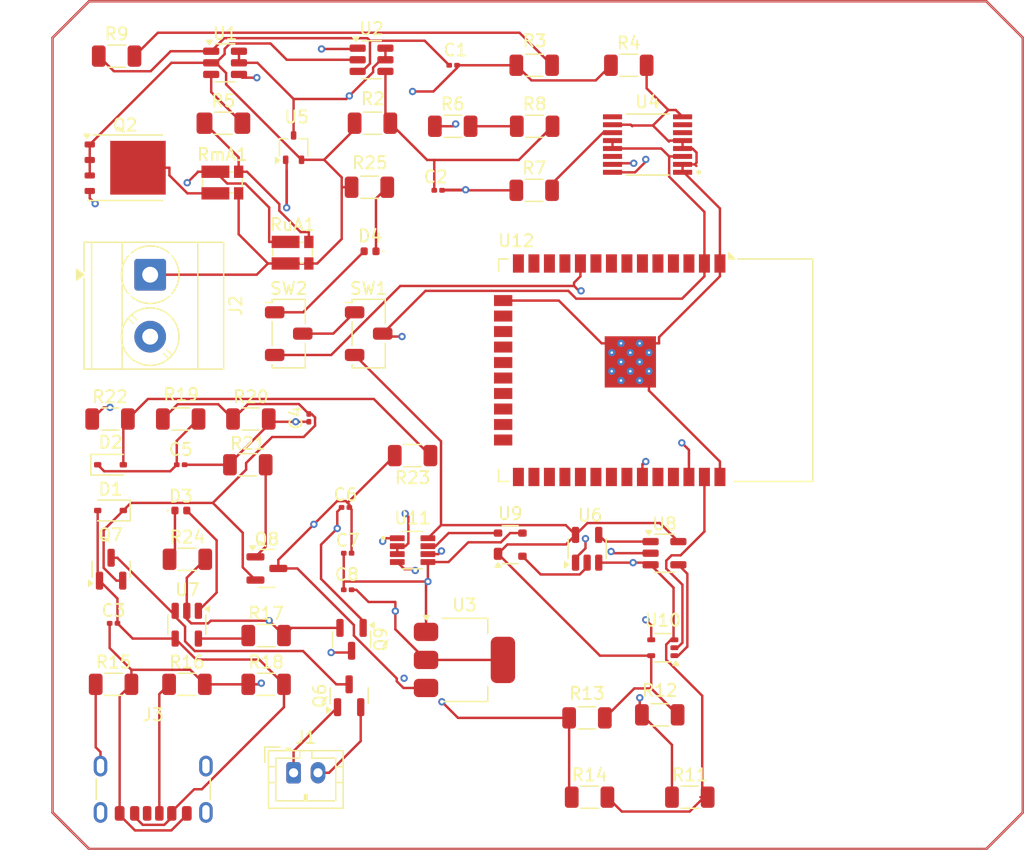
<source format=kicad_pcb>
(kicad_pcb (version 20241229) (generator "pcbnew") (generator_version "9.0")
  (layers (0 "F.Cu" signal) (4 "In1.Cu" signal) (6 "In2.Cu" signal) (2 "B.Cu" signal) (13 "F.Paste" user) (15 "B.Paste" user) (5 "F.SilkS" user "F.Silkscreen") (7 "B.SilkS" user "B.Silkscreen") (1 "F.Mask" user) (3 "B.Mask" user) (25 "Edge.Cuts" user))
  (net 0 "")
  (net 1 "Net-(U2-+)")
  (net 2 "Net-(U1--)")
  (net 3 "Net-(U2--)")
  (net 4 "Net-(U11-+IN_B)")
  (net 5 "Net-(D1-A)")
  (net 6 "GND")
  (net 7 "Net-(Q9-D)")
  (net 8 "Net-(D1-K)")
  (net 9 "Net-(D2-K)")
  (net 10 "Net-(Q8-D)")
  (net 11 "Net-(Q9-G)")
  (net 12 "V+")
  (net 13 "Net-(D2-A)")
  (net 14 "Net-(D3-K)")
  (net 15 "Net-(D3-A)")
  (net 16 "Net-(D4-A)")
  (net 17 "Net-(D4-K)")
  (net 18 "Net-(J1-Pin_1)")
  (net 19 "Net-(J1-Pin_2)")
  (net 20 "Net-(J2-Pin_2)")
  (net 21 "Net-(J3-CC1)")
  (net 22 "Net-(J3-SHIELD)")
  (net 24 "Net-(Q6-D)")
  (net 25 "Net-(Q8-G)")
  (net 26 "Net-(R3-Pad1)")
  (net 27 "Net-(R5-Pad1)")
  (net 28 "Net-(U1-+)")
  (net 29 "Net-(U4-AIN0)")
  (net 30 "Net-(U11-+IN_A)")
  (net 31 "V1+")
  (net 32 "Net-(U11--IN_B)")
  (net 33 "Net-(U7-PROG)")
  (net 34 "V2+")
  (net 38 "Net-(U12-IO22)")
  (net 40 "Net-(U12-IO21)")
  (net 41 "Net-(U6-Pad2)")
  (net 42 "Net-(U6-Pad4)")
  (net 43 "Net-(U11-OUT_B)")
  (net 44 "Net-(U10-D)")
  (net 45 "Net-(U11-OUT_A)")
  (net 46 "Net-(U10-C)")
  (net 77 "Net-(R6-Pad2)")
  (net 78 "Net-(Q2-D)")
  (net 79 "Net-(Q2-G)")
  (footprint "Package_TO_SOT_SMD:SOT-23-5" (layer "F.Cu") (at 78.25 134.1125 -90)
    (property "Reference" "U7")
    (property "Value" "MCP73831-2-OT")
  )
  (footprint "Diode_SMD:D_SOD-323" (layer "F.Cu") (at 72 121)
    (property "Reference" "D2")
    (property "Value" "1N5819WS")
  )
  (footprint "Package_TO_SOT_SMD:TDSON-8-1" (layer "F.Cu") (at 73.2 96.65)
    (property "Reference" "Q2")
    (property "Value" "BSC007N04LS6")
  )
  (footprint "Capacitor_SMD:C_0201_0603Metric" (layer "F.Cu") (at 91.43 128.25)
    (property "Reference" "C7")
    (property "Value" "1u")
  )
  (footprint "Resistor_SMD:R_1206_3216Metric" (layer "F.Cu") (at 119.4625 148.25)
    (property "Reference" "R11")
    (property "Value" "5.1")
  )
  (footprint "Resistor_SMD:R_1206_3216Metric" (layer "F.Cu") (at 117 141.5 180)
    (property "Reference" "R12")
    (property "Value" "33k")
  )
  (footprint "Resistor_SMD:R_1206_3216Metric" (layer "F.Cu") (at 93.4625 93 180)
    (property "Reference" "R2")
    (property "Value" "1k")
  )
  (footprint "Connector_JST:JST_PH_B2B-PH-K_1x02_P2.00mm_Vertical" (layer "F.Cu") (at 87 146.25)
    (property "Reference" "J1")
    (property "Value" "Conn_01x02")
  )
  (footprint "Resistor_SMD:R_1206_3216Metric" (layer "F.Cu") (at 106.7125 88.25 180)
    (property "Reference" "R3")
    (property "Value" "6.8k")
  )
  (footprint "Resistor_SMD:R_1206_3216Metric" (layer "F.Cu") (at 96.75 120.25 180)
    (property "Reference" "R23")
    (property "Value" "100k")
  )
  (footprint "Diode_SMD:D_SOD-323" (layer "F.Cu") (at 72 124.75 180)
    (property "Reference" "D1")
    (property "Value" "1N5819WS")
  )
  (footprint "Package_TO_SOT_SMD:SOT-23-5" (layer "F.Cu") (at 117.3875 128.25)
    (property "Reference" "U8")
    (property "Value" "74LVC1G32")
  )
  (footprint "Capacitor_SMD:C_0201_0603Metric" (layer "F.Cu") (at 100.07 88.25 180)
    (property "Reference" "C1")
    (property "Value" "10p")
  )
  (footprint "LED_SMD:LED_0402_1005Metric" (layer "F.Cu") (at 93.265 103.5 180)
    (property "Reference" "D4")
    (property "Value" "LED_µA")
  )
  (footprint "Resistor_SMD:R_1206_3216Metric" (layer "F.Cu") (at 84.75 139)
    (property "Reference" "R18")
    (property "Value" "10k")
  )
  (footprint "Package_TO_SOT_SMD:SOT-223-3_TabPin2" (layer "F.Cu") (at 101 137)
    (property "Reference" "U3")
    (property "Value" "AMS1117-3.3")
  )
  (footprint "Resistor_SMD:R_1206_3216Metric" (layer "F.Cu") (at 93.2125 98.25 180)
    (property "Reference" "R25")
    (property "Value" "300")
  )
  (footprint "Package_TO_SOT_SMD:SOT-23-6" (layer "F.Cu") (at 93.3875 87.8)
    (property "Reference" "U2")
    (property "Value" "MAX4239AUT")
  )
  (footprint "Resistor_SMD:R_1206_3216Metric" (layer "F.Cu") (at 84.75 135)
    (property "Reference" "R17")
    (property "Value" "5.1k")
  )
  (footprint "Capacitor_SMD:C_0201_0603Metric" (layer "F.Cu") (at 72.25 134)
    (property "Reference" "C3")
    (property "Value" "4.7u")
  )
  (footprint "Resistor_SMD:R_1206_3216Metric_Pad1.30x1.75mm_HandSolder" (layer "F.Cu") (at 81.25 93)
    (property "Reference" "R5")
    (property "Value" "220")
  )
  (footprint "Capacitor_SMD:C_0201_0603Metric" (layer "F.Cu") (at 91.25 124.5)
    (property "Reference" "C6")
    (property "Value" "1u")
  )
  (footprint "Resistor_SMD:R_1206_3216Metric" (layer "F.Cu") (at 78.2625 139)
    (property "Reference" "R16")
    (property "Value" "5.1k")
  )
  (footprint "Button_Switch_SMD:Nidec_Copal_CAS-120A" (layer "F.Cu") (at 86.6 110.25)
    (property "Reference" "SW2")
    (property "Value" "SW_Nidec_CAS-120A1")
  )
  (footprint "Resistor_SMD:R_1206_3216Metric" (layer "F.Cu") (at 106.75 93.25)
    (property "Reference" "R8")
    (property "Value" "91k")
  )
  (footprint "Resistor_SMD:R_1206_3216Metric" (layer "F.Cu") (at 111.0375 141.75 180)
    (property "Reference" "R13")
    (property "Value" "10k")
  )
  (footprint "Package_TO_SOT_SMD:SOT-23" (layer "F.Cu") (at 72.05 129.5625 90)
    (property "Reference" "Q7")
    (property "Value" "AO3401A")
  )
  (footprint "Package_TO_SOT_SMD:SOT-353_SC-70-5" (layer "F.Cu") (at 117.25 136 180)
    (property "Reference" "U10")
    (property "Value" "74AUP1G79")
  )
  (footprint "Package_TO_SOT_SMD:SOT-143R" (layer "F.Cu") (at 104.75 127.55 90)
    (property "Reference" "U9")
    (property "Value" "74LVC1GU04")
  )
  (footprint "Resistor_SMD:R_1206_3216Metric" (layer "F.Cu") (at 114.4625 88.25)
    (property "Reference" "R4")
    (property "Value" "1k")
  )
  (footprint "Resistor_SMD:R_1206_3216Metric" (layer "F.Cu") (at 83.5 117.25)
    (property "Reference" "R20")
    (property "Value" "100k")
  )
  (footprint "Capacitor_SMD:C_0201_0603Metric" (layer "F.Cu") (at 88.25 117.155 90)
    (property "Reference" "C4")
    (property "Value" "0.1u")
  )
  (footprint "Capacitor_SMD:C_0201_0603Metric" (layer "F.Cu") (at 77.75 121 180)
    (property "Reference" "C5")
    (property "Value" "1u")
  )
  (footprint "Connector_USB:USB_C_Receptacle_GCT_USB4125-xx-x-0190_6P_TopMnt_Horizontal" (layer "F.Cu") (at 75.5 146.5 180)
    (property "Reference" "J3")
    (property "Value" "USB_C_Receptacle_PowerOnly_6P")
  )
  (footprint "ADS122C04IPW:SOP65P640X120-16N" (layer "F.Cu") (at 116 94.75 180)
    (property "Reference" "U4")
    (property "Value" "ADS122C04IPW")
  )
  (footprint "Capacitor_SMD:C_0201_0603Metric" (layer "F.Cu") (at 98.845 98.5)
    (property "Reference" "C2")
    (property "Value" "10p")
  )
  (footprint "Package_TO_SOT_SMD:SOT-23-5" (layer "F.Cu") (at 111.05 127.8875 90)
    (property "Reference" "U6")
    (property "Value" "74LVC1G08")
  )
  (footprint "Resistor_SMD:R_1206_3216Metric" (layer "F.Cu") (at 71.9625 117.25)
    (property "Reference" "R22")
    (property "Value" "2Meg")
  )
  (footprint "Capacitor_SMD:C_0201_0603Metric" (layer "F.Cu") (at 91.43 131.25)
    (property "Reference" "C8")
    (property "Value" "4.7u")
  )
  (footprint "Resistor_SMD:R_1206_3216Metric" (layer "F.Cu") (at 100.0375 93.25)
    (property "Reference" "R6")
    (property "Value" "8.2k")
  )
  (footprint "Resistor_SMD:R_1206_3216Metric" (layer "F.Cu") (at 77.75 117.25 180)
    (property "Reference" "R19")
    (property "Value" "10k")
  )
  (footprint "Package_TO_SOT_SMD:SOT-23" (layer "F.Cu") (at 84.8125 129.5)
    (property "Reference" "Q8")
    (property "Value" "AO3401A")
  )
  (footprint "Package_TO_SOT_SMD:SOT-23" (layer "F.Cu") (at 91.75 135.3125 -90)
    (property "Reference" "Q9")
    (property "Value" "AO3401A")
  )
  (footprint "Resistor_SMD:R_1206_3216Metric" (layer "F.Cu") (at 72.5 87.5)
    (property "Reference" "R9")
    (property "Value" "2.2k")
  )
  (footprint "Button_Switch_SMD:Nidec_Copal_CAS-120A" (layer "F.Cu") (at 93.15 110.25)
    (property "Reference" "SW1")
    (property "Value" "SW_Nidec_CAS-120A1")
  )
  (footprint "Resistor_SMD:R_Shunt_Vishay_WSKW0612" (layer "F.Cu") (at 81.166 97.865)
    (property "Reference" "RmA1")
    (property "Value" "10m")
  )
  (footprint "Resistor_SMD:R_1206_3216Metric" (layer "F.Cu") (at 111.25 148.25)
    (property "Reference" "R14")
    (property "Value" "4.7k")
  )
  (footprint "Package_TO_SOT_SMD:SOT-323_SC-70" (layer "F.Cu") (at 87 95 90)
    (property "Reference" "U5")
    (property "Value" "MCP1825S")
  )
  (footprint "Package_TO_SOT_SMD:SOT-23-6" (layer "F.Cu") (at 81.3875 88.05)
    (property "Reference" "U1")
    (property "Value" "MAX4239AUT")
  )
  (footprint "Resistor_SMD:R_1206_3216Metric" (layer "F.Cu") (at 72.25 139)
    (property "Reference" "R15")
    (property "Value" "1Meg")
  )
  (footprint "RF_Module:ESP32-WROOM-32" (layer "F.Cu") (at 113.68 113.25 -90)
    (property "Reference" "U12")
    (property "Value" "ESP32-WROOM-32")
  )
  (footprint "Resistor_SMD:R_1206_3216Metric" (layer "F.Cu") (at 106.7125 98.5)
    (property "Reference" "R7")
    (property "Value" "220")
  )
  (footprint "Resistor_SMD:R_1206_3216Metric" (layer "F.Cu") (at 83.25 121 180)
    (property "Reference" "R21")
    (property "Value" "100k")
  )
  (footprint "Package_TO_SOT_SMD:SOT-23" (layer "F.Cu") (at 91.55 139.9375 90)
    (property "Reference" "Q6")
    (property "Value" "AO3401A")
  )
  (footprint "TerminalBlock_Phoenix:TerminalBlock_Phoenix_MKDS-3-2-5.08_1x02_P5.08mm_Horizontal" (layer "F.Cu") (at 75.25 105.42 -90)
    (property "Reference" "J2")
    (property "Value" "Int")
  )
  (footprint "LED_SMD:LED_0402_1005Metric" (layer "F.Cu") (at 77.765 124.75)
    (property "Reference" "D3")
    (property "Value" "LED")
  )
  (footprint "Resistor_SMD:R_1206_3216Metric" (layer "F.Cu") (at 78.3 128.75)
    (property "Reference" "R24")
    (property "Value" "100")
  )
  (footprint "Resistor_SMD:R_Shunt_Vishay_WSKW0612" (layer "F.Cu") (at 86.916 103.615)
    (property "Reference" "RuA1")
    (property "Value" "10")
  )
  (footprint "TLV3502AIDCNR:SOT65P280X145-8N" (layer "F.Cu") (at 96.75 128)
    (property "Reference" "U11")
    (property "Value" "TLV3502AIDCNR")
  )
  (gr_line (start 67.25 149.5) (end 68.75 151) (stroke (width 0.2)) (layer "F.Cu"))
  (gr_line (start 145.25 84.5) (end 146.75 86) (stroke (width 0.2)) (layer "F.Cu"))
  (gr_line (start 146.75 86) (end 146.75 149.5) (stroke (width 0.2)) (layer "F.Cu"))
  (gr_line (start 68.75 151) (end 70.25 152.5) (stroke (width 0.2)) (layer "F.Cu"))
  (gr_line (start 70.25 152.5) (end 143.75 152.5) (stroke (width 0.2)) (layer "F.Cu"))
  (gr_line (start 145.25 151) (end 146.75 149.5) (stroke (width 0.2)) (layer "F.Cu"))
  (gr_line (start 145.25 151) (end 143.75 152.5) (stroke (width 0.2)) (layer "F.Cu"))
  (gr_line (start 67.25 149.5) (end 67.25 86) (stroke (width 0.2)) (layer "F.Cu"))
  (gr_line (start 68.75 84.5) (end 67.25 86) (stroke (width 0.2)) (layer "F.Cu"))
  (gr_line (start 145.25 84.5) (end 143.75 83) (stroke (width 0.2)) (layer "F.Cu"))
  (gr_line (start 70.25 83) (end 143.75 83) (stroke (width 0.2)) (layer "F.Cu"))
  (gr_line (start 68.75 84.5) (end 70.25 83) (stroke (width 0.2)) (layer "F.Cu"))
  (gr_line (start 68.75 151) (end 67.25 149.5) (stroke (width 0.2)) (layer "F.Cu"))
  (gr_line (start 143.75 83) (end 146.75 86) (stroke (width 0.05)) (layer "Edge.Cuts"))
  (gr_line (start 67.25 149.5) (end 67.25 86) (stroke (width 0.05)) (layer "Edge.Cuts"))
  (gr_line (start 146.75 149.5) (end 143.75 152.5) (stroke (width 0.05)) (layer "Edge.Cuts"))
  (gr_line (start 146.75 86) (end 146.75 149.5) (stroke (width 0.05)) (layer "Edge.Cuts"))
  (gr_line (start 67.25 86) (end 70.25 83) (stroke (width 0.05)) (layer "Edge.Cuts"))
  (gr_line (start 70.25 152.5) (end 67.25 149.5) (stroke (width 0.05)) (layer "Edge.Cuts"))
  (gr_line (start 143.75 152.5) (end 70.25 152.5) (stroke (width 0.05)) (layer "Edge.Cuts"))
  (gr_line (start 143.5 83) (end 143.75 83) (stroke (width 0.05)) (layer "Edge.Cuts"))
  (gr_line (start 70.25 83) (end 143.5 83) (stroke (width 0.05)) (layer "Edge.Cuts"))
  (segment (start 93.2578 88.1135) (end 93.2578 86.2395) (width 0.2) (layer "F.Cu") (net 1))
  (segment (start 80.25 87.1) (end 76.9294 87.1) (width 0.2) (layer "F.Cu") (net 1))
  (segment (start 76.9294 87.1) (end 75.2894 88.74) (width 0.2) (layer "F.Cu") (net 1))
  (segment (start 93.2578 86.2395) (end 97.7395 86.2395) (width 0.2) (layer "F.Cu") (net 1))
  (segment (start 81.3204 86.0296) (end 80.25 87.1) (width 0.2) (layer "F.Cu") (net 1))
  (segment (start 93.2578 86.2395) (end 93.0479 86.0296) (width 0.2) (layer "F.Cu") (net 1))
  (segment (start 93.0479 86.0296) (end 81.3204 86.0296) (width 0.2) (layer "F.Cu") (net 1))
  (segment (start 92.25 88.75) (end 92.6213 88.75) (width 0.2) (layer "F.Cu") (net 1))
  (segment (start 92.6213 88.75) (end 93.2578 88.1135) (width 0.2) (layer "F.Cu") (net 1))
  (segment (start 97.7395 86.2395) (end 99.75 88.25) (width 0.2) (layer "F.Cu") (net 1))
  (segment (start 75.2894 88.74) (end 72.2775 88.74) (width 0.2) (layer "F.Cu") (net 1))
  (segment (start 72.2775 88.74) (end 71.0375 87.5) (width 0.2) (layer "F.Cu") (net 1))
  (segment (start 98.456 90.3993) (end 96.7484 90.3993) (width 0.2) (layer "F.Cu") (net 2))
  (segment (start 100.39 88.25) (end 105.25 88.25) (width 0.2) (layer "F.Cu") (net 2))
  (segment (start 83.6919 89.2675) (end 83.9917 89.2675) (width 0.2) (layer "F.Cu") (net 2))
  (segment (start 106.491 89.4906) (end 111.759 89.4906) (width 0.2) (layer "F.Cu") (net 2))
  (segment (start 100.39 88.25) (end 100.39 88.4653) (width 0.2) (layer "F.Cu") (net 2))
  (segment (start 105.25 88.25) (end 106.491 89.4906) (width 0.2) (layer "F.Cu") (net 2))
  (segment (start 83.9917 89.2675) (end 83.6919 89.2675) (width 0.2) (layer "F.Cu") (net 2))
  (segment (start 100.39 88.4653) (end 98.456 90.3993) (width 0.2) (layer "F.Cu") (net 2))
  (segment (start 82.7925 89.2675) (end 82.525 89) (width 0.2) (layer "F.Cu") (net 2))
  (segment (start 83.6919 89.2675) (end 82.7925 89.2675) (width 0.2) (layer "F.Cu") (net 2))
  (segment (start 111.759 89.4906) (end 113 88.25) (width 0.2) (layer "F.Cu") (net 2))
  (segment (start 83.9917 89.2675) (end 83.6919 89.2675) (width 0.2) (layer "F.Cu") (net 2))
  (via (at 96.7484 90.3993) (size 0.6) (drill 0.3) (layers "F.Cu" "B.Cu") (net 2))
  (via (at 83.9917 89.2675) (size 0.6) (drill 0.3) (layers "F.Cu" "B.Cu") (net 2))
  (segment (start 98.525 98.5) (end 98.525 96.0128) (width 0.2) (layer "F.Cu") (net 3))
  (segment (start 97.9378 96.0128) (end 94.925 93) (width 0.2) (layer "F.Cu") (net 3))
  (segment (start 108.212 93.25) (end 107.0815 94.3808) (width 0.2) (layer "F.Cu") (net 3))
  (segment (start 98.525 96.0128) (end 97.9378 96.0128) (width 0.2) (layer "F.Cu") (net 3))
  (segment (start 107.0815 94.3808) (end 105.45 96.0128) (width 0.2) (layer "F.Cu") (net 3))
  (segment (start 94.525 88.75) (end 94.525 92.6) (width 0.2) (layer "F.Cu") (net 3))
  (segment (start 105.45 96.0128) (end 98.525 96.0128) (width 0.2) (layer "F.Cu") (net 3))
  (segment (start 107.0817 94.3808) (end 108.2125 93.25) (width 0.2) (layer "F.Cu") (net 3))
  (segment (start 107.0815 94.3808) (end 107.0817 94.3808) (width 0.2) (layer "F.Cu") (net 3))
  (segment (start 94.525 92.6) (end 94.925 93) (width 0.2) (layer "F.Cu") (net 3))
  (segment (start 101.097 98.4577) (end 99.2073 98.4577) (width 0.2) (layer "F.Cu") (net 4))
  (segment (start 99.2073 98.4577) (end 99.165 98.5) (width 0.2) (layer "F.Cu") (net 4))
  (segment (start 96.4019 125.266) (end 96.1456 125.01) (width 0.2) (layer "F.Cu") (net 4))
  (segment (start 89.2893 86.9148) (end 92.1852 86.9148) (width 0.2) (layer "F.Cu") (net 4))
  (segment (start 92.1852 86.9148) (end 92.25 86.85) (width 0.2) (layer "F.Cu") (net 4))
  (segment (start 95.495 127.675) (end 96.1595 127.675) (width 0.2) (layer "F.Cu") (net 4))
  (segment (start 100.093 93.25) (end 100.279 93.0639) (width 0.2) (layer "F.Cu") (net 4))
  (segment (start 96.4019 127.433) (end 96.4019 125.266) (width 0.2) (layer "F.Cu") (net 4))
  (segment (start 95.495 127.675) (end 95.495 128.325) (width 0.2) (layer "F.Cu") (net 4))
  (segment (start 96.4019 125.266) (end 96.1456 125.01) (width 0.2) (layer "F.Cu") (net 4))
  (segment (start 96.1595 127.675) (end 96.4019 127.433) (width 0.2) (layer "F.Cu") (net 4))
  (segment (start 105.25 98.5) (end 99.165 98.5) (width 0.2) (layer "F.Cu") (net 4))
  (segment (start 98.575 93.25) (end 100.093 93.25) (width 0.2) (layer "F.Cu") (net 4))
  (segment (start 96.1456 125.01) (end 96.4019 125.266) (width 0.2) (layer "F.Cu") (net 4))
  (via (at 101.097 98.4577) (size 0.6) (drill 0.3) (layers "F.Cu" "B.Cu") (net 4))
  (via (at 89.2893 86.9148) (size 0.6) (drill 0.3) (layers "F.Cu" "B.Cu") (net 4))
  (via (at 96.1456 125.01) (size 0.6) (drill 0.3) (layers "F.Cu" "B.Cu") (net 4))
  (via (at 100.279 93.0639) (size 0.6) (drill 0.3) (layers "F.Cu" "B.Cu") (net 4))
  (segment (start 71.1 130.5) (end 72.57 131.97) (width 0.2) (layer "F.Cu") (net 5))
  (segment (start 78.8571 147.6) (end 79.4824 147.6) (width 0.2) (layer "F.Cu") (net 5))
  (segment (start 70.95 130.35) (end 71.1 130.5) (width 0.2) (layer "F.Cu") (net 5))
  (segment (start 73.82 135.25) (end 77.3 135.25) (width 0.2) (layer "F.Cu") (net 5))
  (segment (start 79.0187 136.969) (end 84.1812 136.969) (width 0.2) (layer "F.Cu") (net 5))
  (segment (start 72.57 131.97) (end 72.57 134) (width 0.2) (layer "F.Cu") (net 5))
  (segment (start 77.02 149.906) (end 76.4082 150.518) (width 0.2) (layer "F.Cu") (net 5))
  (segment (start 74.6398 150.518) (end 73.98 149.858) (width 0.2) (layer "F.Cu") (net 5))
  (segment (start 72.57 134) (end 73.82 135.25) (width 0.2) (layer "F.Cu") (net 5))
  (segment (start 70.95 124.75) (end 70.95 130.35) (width 0.2) (layer "F.Cu") (net 5))
  (segment (start 84.1812 136.969) (end 86.2125 139) (width 0.2) (layer "F.Cu") (net 5))
  (segment (start 77.02 149.58) (end 77.02 149.906) (width 0.2) (layer "F.Cu") (net 5))
  (segment (start 79.4824 147.6) (end 86.2125 140.87) (width 0.2) (layer "F.Cu") (net 5))
  (segment (start 77.3 135.25) (end 79.0187 136.969) (width 0.2) (layer "F.Cu") (net 5))
  (segment (start 77.02 149.58) (end 77.02 149.437) (width 0.2) (layer "F.Cu") (net 5))
  (segment (start 76.4082 150.518) (end 74.6398 150.518) (width 0.2) (layer "F.Cu") (net 5))
  (segment (start 77.02 149.437) (end 78.8571 147.6) (width 0.2) (layer "F.Cu") (net 5))
  (segment (start 86.2125 140.87) (end 86.2125 139) (width 0.2) (layer "F.Cu") (net 5))
  (segment (start 73.98 149.858) (end 73.98 149.58) (width 0.2) (layer "F.Cu") (net 5))
  (segment (start 89.5 96) (end 90.9435 97.4435) (width 0.2) (layer "F.Cu") (net 6))
  (segment (start 73.7125 139) (end 72.75 139.9625) (width 0.2) (layer "F.Cu") (net 6))
  (segment (start 116.115 114.095) (end 115.352 114.095) (width 0.2) (layer "F.Cu") (net 6))
  (segment (start 119.68 95.075) (end 118.87 95.075) (width 0.2) (layer "F.Cu") (net 6))
  (segment (start 83.2875 139) (end 84.2601 139) (width 0.2) (layer "F.Cu") (net 6))
  (segment (start 114.625 93.125) (end 114.6875 93.1875) (width 0.2) (layer "F.Cu") (net 6))
  (segment (start 80.25 88.05) (end 76.995 88.05) (width 0.2) (layer "F.Cu") (net 6))
  (segment (start 113.065 111.045) (end 114.59 111.045) (width 0.2) (layer "F.Cu") (net 6))
  (segment (start 88.25 104.5) (end 86.3445 104.5) (width 0.2) (layer "F.Cu") (net 6))
  (segment (start 85.1059 86.4645) (end 81.7948 86.4645) (width 0.2) (layer "F.Cu") (net 6))
  (segment (start 90.9435 97.4435) (end 90.9435 98.25) (width 0.2) (layer "F.Cu") (net 6))
  (segment (start 97.85 130.5742) (end 97.85 134.7) (width 0.2) (layer "F.Cu") (net 6))
  (segment (start 112 129.025) (end 114.8169 129.025) (width 0.2) (layer "F.Cu") (net 6))
  (segment (start 121.93 99.9858) (end 121.93 104.5) (width 0.2) (layer "F.Cu") (net 6))
  (segment (start 86.3445 104.5) (end 84.8993 104.5) (width 0.2) (layer "F.Cu") (net 6))
  (segment (start 117.919 135.35) (end 118.1309 135.35) (width 0.2) (layer "F.Cu") (net 6))
  (segment (start 79.725 139) (end 78.5342 137.8092) (width 0.2) (layer "F.Cu") (net 6))
  (segment (start 118.3145 91.9195) (end 117.7055 91.9195) (width 0.2) (layer "F.Cu") (net 6))
  (segment (start 73.7125 137.8092) (end 73.7125 139) (width 0.2) (layer "F.Cu") (net 6))
  (segment (start 119.875 96.375) (end 120.0138 96.2362) (width 0.2) (layer "F.Cu") (net 6))
  (segment (start 91.11 130.5742) (end 91.11 131.25) (width 0.2) (layer "F.Cu") (net 6))
  (segment (start 70.3 97.285) (end 70.3 96.015) (width 0.2) (layer "F.Cu") (net 6))
  (segment (start 103.9824 127.3573) (end 101.311 127.3573) (width 0.2) (layer "F.Cu") (net 6))
  (segment (start 78.25 133.353) (end 78.25 133.637) (width 0.2) (layer "F.Cu") (net 6))
  (segment (start 78.25 149.709) (end 76.9834 150.9756) (width 0.2) (layer "F.Cu") (net 6))
  (segment (start 83.9793 105.42) (end 84.8993 104.5) (width 0.2) (layer "F.Cu") (net 6))
  (segment (start 81.472 89.822) (end 87.65 96) (width 0.2) (layer "F.Cu") (net 6))
  (segment (start 121.93 104.5) (end 121.93 105.5517) (width 0.2) (layer "F.Cu") (net 6))
  (segment (start 120.4795 139.938) (end 117.5286 136.9871) (width 0.2) (layer "F.Cu") (net 6))
  (segment (start 76.9834 150.9756) (end 74.0056 150.9756) (width 0.2) (layer "F.Cu") (net 6))
  (segment (start 120.0138 96.2362) (end 120.0138 95.4088) (width 0.2) (layer "F.Cu") (net 6))
  (segment (start 114.59 112.57) (end 116.115 112.57) (width 0.2) (layer "F.Cu") (net 6))
  (segment (start 81.7948 86.4645) (end 81.3511 86.9082) (width 0.2) (layer "F.Cu") (net 6))
  (segment (start 89.5 96) (end 92 93.5) (width 0.2) (layer "F.Cu") (net 6))
  (segment (start 117.825 94.425) (end 118.87 94.425) (width 0.2) (layer "F.Cu") (net 6))
  (segment (start 78.6125 134) (end 80 134) (width 0.2) (layer "F.Cu") (net 6))
  (segment (start 79.725 139) (end 83.2875 139) (width 0.2) (layer "F.Cu") (net 6))
  (segment (start 113.065 112.57) (end 114.59 112.57) (width 0.2) (layer "F.Cu") (net 6))
  (segment (start 114.6875 93.1875) (end 116.4375 93.1875) (width 0.2) (layer "F.Cu") (net 6))
  (segment (start 117.75 94.5) (end 117.825 94.425) (width 0.2) (layer "F.Cu") (net 6))
  (segment (start 118.87 96.9258) (end 118.87 97.025) (width 0.2) (layer "F.Cu") (net 6))
  (segment (start 120.628 148.25) (end 120.925 148.25) (width 0.2) (layer "F.Cu") (net 6))
  (segment (start 116.9417 110.54) (end 116.9417 111.045) (width 0.2) (layer "F.Cu") (net 6))
  (segment (start 113.13 93.125) (end 114.625 93.125) (width 0.2) (layer "F.Cu") (net 6))
  (segment (start 78.25 132.975) (end 78.25 130.2625) (width 0.2) (layer "F.Cu") (net 6))
  (segment (start 120.628 148.25) (end 119.4489 149.4291) (width 0.2) (layer "F.Cu") (net 6))
  (segment (start 70.3 94.745) (end 70.3 96.015) (width 0.2) (layer "F.Cu") (net 6))
  (segment (start 113.8916 149.4291) (end 112.7125 148.25) (width 0.2) (layer "F.Cu") (net 6))
  (segment (start 92 93.5) (end 92 93) (width 0.2) (layer "F.Cu") (net 6))
  (segment (start 105.75 126.6) (end 104.7397 126.6) (width 0.2) (layer "F.Cu") (net 6))
  (segment (start 90.9435 102.4892) (end 88.9327 104.5) (width 0.2) (layer "F.Cu") (net 6))
  (segment (start 99.6933 128.975) (end 98.005 128.975) (width 0.2) (layer "F.Cu") (net 6))
  (segment (start 113.065 111.045) (end 112.2383 111.045) (width 0.2) (layer "F.Cu") (net 6))
  (segment (start 81.472 88.8847) (end 81.472 89.822) (width 0.2) (layer "F.Cu") (net 6))
  (segment (start 92.25 87.8) (end 86.4414 87.8) (width 0.2) (layer "F.Cu") (net 6))
  (segment (start 120.4795 148.25) (end 120.4795 139.938) (width 0.2) (layer "F.Cu") (net 6))
  (segment (start 78.25 133.637) (end 78.6125 134) (width 0.2) (layer "F.Cu") (net 6))
  (segment (start 117.7055 91.9195) (end 116.4375 93.1875) (width 0.2) (layer "F.Cu") (net 6))
  (segment (start 85.9015 134.689) (end 86.2125 135) (width 0.2) (layer "F.Cu") (net 6))
  (segment (start 120.4795 148.25) (end 120.628 148.25) (width 0.2) (layer "F.Cu") (net 6))
  (segment (start 108.7333 107.54) (end 112.2383 111.045) (width 0.2) (layer "F.Cu") (net 6))
  (segment (start 82.5 98.75) (end 82.5 102.1007) (width 0.2) (layer "F.Cu") (net 6))
  (segment (start 121.93 105.5517) (end 116.9417 110.54) (width 0.2) (layer "F.Cu") (net 6))
  (segment (start 118.87 96.375) (end 119.875 96.375) (width 0.2) (layer "F.Cu") (net 6))
  (segment (start 116.25 129.2) (end 116.075 129.025) (width 0.2) (layer "F.Cu") (net 6))
  (segment (start 80.214 133.786) (end 80 134) (width 0.2) (layer "F.Cu") (net 6))
  (segment (start 115.925 88.25) (end 115.925 90.139) (width 0.2) (layer "F.Cu") (net 6))
  (segment (start 90.9435 98.25) (end 90.9435 102.4892) (width 0.2) (layer "F.Cu") (net 6))
  (segment (start 98.005 128.975) (end 98.005 129.2494) (width 0.2) (layer "F.Cu") (net 6))
  (segment (start 116.115 114.095) (end 116.115 114.9217) (width 0.2) (layer "F.Cu") (net 6))
  (segment (start 118.87 96.375) (end 118.87 96.9258) (width 0.2) (layer "F.Cu") (net 6))
  (segment (start 76.995 88.05) (end 70.3 94.745) (width 0.2) (layer "F.Cu") (net 6))
  (segment (start 118.87 92.475) (end 118.3145 91.9195) (width 0.2) (layer "F.Cu") (net 6))
  (segment (start 116.115 111.045) (end 114.59 111.045) (width 0.2) (layer "F.Cu") (net 6))
  (segment (start 72.75 139.9625) (end 72.75 149.58) (width 0.2) (layer "F.Cu") (net 6))
  (segment (start 82.5 102.1007) (end 84.8993 104.5) (width 0.2) (layer "F.Cu") (net 6))
  (segment (start 117.5286 135.7404) (end 117.919 135.35) (width 0.2) (layer "F.Cu") (net 6))
  (segment (start 120.331 148.25) (end 120.4795 148.25) (width 0.2) (layer "F.Cu") (net 6))
  (segment (start 84.2601 139) (end 84.3562 138.9039) (width 0.2) (layer "F.Cu") (net 6))
  (segment (start 114.6875 93.1875) (end 114.75 93.25) (width 0.2) (layer "F.Cu") (net 6))
  (segment (start 91.11 130.5742) (end 97.85 130.5742) (width 0.2) (layer "F.Cu") (net 6))
  (segment (start 118.1309 131.0809) (end 116.25 129.2) (width 0.2) (layer "F.Cu") (net 6))
  (segment (start 116.115 111.045) (end 116.9417 111.045) (width 0.2) (layer "F.Cu") (net 6))
  (segment (start 78.25 149.58) (end 78.25 149.709) (width 0.2) (layer "F.Cu") (net 6))
  (segment (start 78.25 130.2625) (end 79.7625 128.75) (width 0.2) (layer "F.Cu") (net 6))
  (segment (start 118.1309 135.35) (end 118.1309 131.0809) (width 0.2) (layer "F.Cu") (net 6))
  (segment (start 118.87 96.9258) (end 121.93 99.9858) (width 0.2) (layer "F.Cu") (net 6))
  (segment (start 88.25 104.5) (end 88.9327 104.5) (width 0.2) (layer "F.Cu") (net 6))
  (segment (start 120.0138 95.4088) (end 119.68 95.075) (width 0.2) (layer "F.Cu") (net 6))
  (segment (start 121.93 122) (end 121.93 120.7367) (width 0.2) (layer "F.Cu") (net 6))
  (segment (start 90.8 134.375) (end 86.8375 134.375) (width 0.2) (layer "F.Cu") (net 6))
  (segment (start 117.5286 136.9871) (end 117.5286 135.7404) (width 0.2) (layer "F.Cu") (net 6))
  (segment (start 113.065 114.095) (end 114.59 114.095) (width 0.2) (layer "F.Cu") (net 6))
  (segment (start 104.7397 126.6) (end 103.9824 127.3573) (width 0.2) (layer "F.Cu") (net 6))
  (segment (start 104.17 107.54) (end 108.7333 107.54) (width 0.2) (layer "F.Cu") (net 6))
  (segment (start 71.93 134) (end 71.93 136.0267) (width 0.2) (layer "F.Cu") (net 6))
  (segment (start 116.4375 93.1875) (end 117.75 94.5) (width 0.2) (layer "F.Cu") (net 6))
  (segment (start 118.1309 135.35) (end 118.2 135.35) (width 0.2) (layer "F.Cu") (net 6))
  (segment (start 72.75 149.72) (end 72.75 149.58) (width 0.2) (layer "F.Cu") (net 6))
  (segment (start 119.875 96.375) (end 120 96.5) (width 0.2) (layer "F.Cu") (net 6))
  (segment (start 71.93 136.0267) (end 73.7125 137.8092) (width 0.2) (layer "F.Cu") (net 6))
  (segment (start 121.93 120.7367) (end 116.115 114.9217) (width 0.2) (layer "F.Cu") (net 6))
  (segment (start 75.25 105.42) (end 83.9793 105.42) (width 0.2) (layer "F.Cu") (net 6))
  (segment (start 80.6373 88.05) (end 81.472 88.8847) (width 0.2) (layer "F.Cu") (net 6))
  (segment (start 97.85 130.5742) (end 98.005 130.5742) (width 0.2) (layer "F.Cu") (net 6))
  (segment (start 78.5342 137.8092) (end 73.7125 137.8092) (width 0.2) (layer "F.Cu") (net 6))
  (segment (start 78.25 132.975) (end 78.25 133.306) (width 0.2) (layer "F.Cu") (net 6))
  (segment (start 81.3511 86.9082) (end 81.3511 87.3362) (width 0.2) (layer "F.Cu") (net 6))
  (segment (start 84.9985 133.786) (end 80.214 133.786) (width 0.2) (layer "F.Cu") (net 6))
  (segment (start 80.6373 88.05) (end 80.25 88.05) (width 0.2) (layer "F.Cu") (net 6))
  (segment (start 118.87 94.425) (end 118.87 95.075) (width 0.2) (layer "F.Cu") (net 6))
  (segment (start 89.5 96) (end 87.65 96) (width 0.2) (layer "F.Cu") (net 6))
  (segment (start 115.925 90.139) (end 117.7055 91.9195) (width 0.2) (layer "F.Cu") (net 6))
  (segment (start 81.3511 87.3362) (end 80.6373 88.05) (width 0.2) (layer "F.Cu") (net 6))
  (segment (start 91.11 128.25) (end 91.11 130.5742) (width 0.2) (layer "F.Cu") (net 6))
  (segment (start 78.25 133.306) (end 78.25 133.353) (width 0.2) (layer "F.Cu") (net 6))
  (segment (start 86.8375 134.375) (end 86.2125 135) (width 0.2) (layer "F.Cu") (net 6))
  (segment (start 119.4489 149.4291) (end 113.8916 149.4291) (width 0.2) (layer "F.Cu") (net 6))
  (segment (start 114.8169 129.025) (end 116.075 129.025) (width 0.2) (layer "F.Cu") (net 6))
  (segment (start 78.25 133.306) (end 78.25 133.353) (width 0.2) (layer "F.Cu") (net 6))
  (segment (start 74.0056 150.9756) (end 72.75 149.72) (width 0.2) (layer "F.Cu") (net 6))
  (segment (start 85.9015 134.689) (end 84.9985 133.786) (width 0.2) (layer "F.Cu") (net 6))
  (segment (start 86.4414 87.8) (end 85.1059 86.4645) (width 0.2) (layer "F.Cu") (net 6))
  (segment (start 101.311 127.3573) (end 99.6933 128.975) (width 0.2) (layer "F.Cu") (net 6))
  (segment (start 98.005 129.2494) (end 98.005 130.5742) (width 0.2) (layer "F.Cu") (net 6))
  (segment (start 78.25 132.975) (end 78.25 133.306) (width 0.2) (layer "F.Cu") (net 6))
  (segment (start 91.75 98.25) (end 90.9435 98.25) (width 0.2) (layer "F.Cu") (net 6))
  (via (at 114.8169 129.025) (size 0.6) (drill 0.3) (layers "F.Cu" "B.Cu") (net 6))
  (via (at 84.3562 138.9039) (size 0.6) (drill 0.3) (layers "F.Cu" "B.Cu") (net 6))
  (via (at 98.005 130.5742) (size 0.6) (drill 0.3) (layers "F.Cu" "B.Cu") (net 6))
  (via (at 84.9985 133.786) (size 0.6) (drill 0.3) (layers "F.Cu" "B.Cu") (net 6))
  (segment (start 78.07 121) (end 81.7875 121) (width 0.2) (layer "F.Cu") (net 7))
  (segment (start 90.0749 136.394) (end 91.6058 136.394) (width 0.2) (layer "F.Cu") (net 7))
  (segment (start 85.1875 117.475) (end 84.9625 117.25) (width 0.2) (layer "F.Cu") (net 7))
  (segment (start 88.25 117.475) (end 87.173 117.475) (width 0.2) (layer "F.Cu") (net 7))
  (segment (start 91.6058 136.394) (end 91.75 136.25) (width 0.2) (layer "F.Cu") (net 7))
  (segment (start 85.1875 117.475) (end 81.7875 120.875) (width 0.2) (layer "F.Cu") (net 7))
  (segment (start 87.173 117.475) (end 85.1875 117.475) (width 0.2) (layer "F.Cu") (net 7))
  (segment (start 81.7875 120.875) (end 81.7875 121) (width 0.2) (layer "F.Cu") (net 7))
  (via (at 90.0749 136.394) (size 0.6) (drill 0.3) (layers "F.Cu" "B.Cu") (net 7))
  (via (at 87.173 117.475) (size 0.6) (drill 0.3) (layers "F.Cu" "B.Cu") (net 7))
  (segment (start 88.472 116.835) (end 88.25 116.835) (width 0.2) (layer "F.Cu") (net 8))
  (segment (start 85.2396 118.727) (end 87.8221 118.727) (width 0.2) (layer "F.Cu") (net 8))
  (segment (start 80.8271 116.04) (end 82.0375 117.25) (width 0.2) (layer "F.Cu") (net 8))
  (segment (start 73 130.5) (end 72.4876 130.5) (width 0.2) (layer "F.Cu") (net 8))
  (segment (start 73.05 124.75) (end 73.6731 124.127) (width 0.2) (layer "F.Cu") (net 8))
  (segment (start 80.3827 124.127) (end 83.111 121.399) (width 0.2) (layer "F.Cu") (net 8))
  (segment (start 83.875 130.45) (end 82.8352 129.41) (width 0.2) (layer "F.Cu") (net 8))
  (segment (start 83.111 121.399) (end 83.111 120.856) (width 0.2) (layer "F.Cu") (net 8))
  (segment (start 72.4876 130.5) (end 71.4372 129.45) (width 0.2) (layer "F.Cu") (net 8))
  (segment (start 77.4979 116.04) (end 80.8271 116.04) (width 0.2) (layer "F.Cu") (net 8))
  (segment (start 87.8221 118.727) (end 88.7579 117.791) (width 0.2) (layer "F.Cu") (net 8))
  (segment (start 87.4411 116.026) (end 88.25 116.835) (width 0.2) (layer "F.Cu") (net 8))
  (segment (start 71.4372 126.363) (end 73.05 124.75) (width 0.2) (layer "F.Cu") (net 8))
  (segment (start 73.6731 124.127) (end 80.3827 124.127) (width 0.2) (layer "F.Cu") (net 8))
  (segment (start 83.111 120.856) (end 85.2396 118.727) (width 0.2) (layer "F.Cu") (net 8))
  (segment (start 82.8352 126.579) (end 80.3827 124.127) (width 0.2) (layer "F.Cu") (net 8))
  (segment (start 88.7579 117.121) (end 88.472 116.835) (width 0.2) (layer "F.Cu") (net 8))
  (segment (start 71.4372 129.45) (end 71.4372 126.363) (width 0.2) (layer "F.Cu") (net 8))
  (segment (start 82.8352 129.41) (end 82.8352 126.579) (width 0.2) (layer "F.Cu") (net 8))
  (segment (start 76.2875 117.25) (end 77.4979 116.04) (width 0.2) (layer "F.Cu") (net 8))
  (segment (start 88.7579 117.791) (end 88.7579 117.121) (width 0.2) (layer "F.Cu") (net 8))
  (segment (start 82.0375 117.25) (end 83.2614 116.026) (width 0.2) (layer "F.Cu") (net 8))
  (segment (start 83.2614 116.026) (end 87.4411 116.026) (width 0.2) (layer "F.Cu") (net 8))
  (segment (start 77.43 121) (end 76.8975 121.532) (width 0.2) (layer "F.Cu") (net 9))
  (segment (start 71.4825 121.532) (end 70.95 121) (width 0.2) (layer "F.Cu") (net 9))
  (segment (start 76.8975 121.532) (end 71.4825 121.532) (width 0.2) (layer "F.Cu") (net 9))
  (segment (start 77.43 119.032) (end 77.43 121) (width 0.2) (layer "F.Cu") (net 9))
  (segment (start 79.2125 117.25) (end 77.43 119.032) (width 0.2) (layer "F.Cu") (net 9))
  (segment (start 95.4519 138.748) (end 96.0034 139.3) (width 0.2) (layer "F.Cu") (net 10))
  (segment (start 91.2848 123.98) (end 91.4209 124.117) (width 0.2) (layer "F.Cu") (net 10))
  (segment (start 91.9393 134.135) (end 91.9393 135.002) (width 0.2) (layer "F.Cu") (net 10))
  (segment (start 91.4209 124.117) (end 91.57 124.266) (width 0.2) (layer "F.Cu") (net 10))
  (segment (start 86.4326 96.8643) (end 86.4326 99.9311) (width 0.2) (layer "F.Cu") (net 10))
  (segment (start 91.4209 124.117) (end 95.2875 120.25) (width 0.2) (layer "F.Cu") (net 10))
  (segment (start 91.9393 135.002) (end 95.4519 138.514) (width 0.2) (layer "F.Cu") (net 10))
  (segment (start 91.75 124.68) (end 91.57 124.5) (width 0.2) (layer "F.Cu") (net 10))
  (segment (start 86.35 96) (end 86.4326 96.0826) (width 0.2) (layer "F.Cu") (net 10))
  (segment (start 85.75 129.5) (end 87.3047 129.5) (width 0.2) (layer "F.Cu") (net 10))
  (segment (start 96.0034 139.3) (end 97.85 139.3) (width 0.2) (layer "F.Cu") (net 10))
  (segment (start 88.6644 125.881) (end 90.5652 123.98) (width 0.2) (layer "F.Cu") (net 10))
  (segment (start 90.5652 123.98) (end 91.2848 123.98) (width 0.2) (layer "F.Cu") (net 10))
  (segment (start 86.4326 96.0826) (end 86.4326 96.8643) (width 0.2) (layer "F.Cu") (net 10))
  (segment (start 95.4519 138.514) (end 95.4519 138.748) (width 0.2) (layer "F.Cu") (net 10))
  (segment (start 86.4326 96.8643) (end 86.4326 99.9311) (width 0.2) (layer "F.Cu") (net 10))
  (segment (start 86.4326 99.9311) (end 86.4326 96.8643) (width 0.2) (layer "F.Cu") (net 10))
  (segment (start 85.75 129.5) (end 85.75 128.796) (width 0.2) (layer "F.Cu") (net 10))
  (segment (start 87.3047 129.5) (end 91.9393 134.135) (width 0.2) (layer "F.Cu") (net 10))
  (segment (start 91.57 124.266) (end 91.57 124.5) (width 0.2) (layer "F.Cu") (net 10))
  (segment (start 85.75 128.796) (end 88.6644 125.881) (width 0.2) (layer "F.Cu") (net 10))
  (segment (start 91.75 128.25) (end 91.75 124.68) (width 0.2) (layer "F.Cu") (net 10))
  (via (at 86.4326 99.9311) (size 0.6) (drill 0.3) (layers "F.Cu" "B.Cu") (net 10))
  (via (at 88.6644 125.881) (size 0.6) (drill 0.3) (layers "F.Cu" "B.Cu") (net 10))
  (segment (start 90.5779 124.852) (end 90.5779 126.222) (width 0.2) (layer "F.Cu") (net 11))
  (segment (start 92.7 133.807) (end 89.25 130.357) (width 0.2) (layer "F.Cu") (net 11))
  (segment (start 71.9625 116.298) (end 71.4525 116.298) (width 0.2) (layer "F.Cu") (net 11))
  (segment (start 89.25 130.357) (end 89.25 127.549) (width 0.2) (layer "F.Cu") (net 11))
  (segment (start 89.25 127.549) (end 90.5779 126.222) (width 0.2) (layer "F.Cu") (net 11))
  (segment (start 90.93 124.5) (end 90.5779 124.852) (width 0.2) (layer "F.Cu") (net 11))
  (segment (start 92.7 134.375) (end 92.7 133.807) (width 0.2) (layer "F.Cu") (net 11))
  (segment (start 71.4525 116.298) (end 70.5 117.25) (width 0.2) (layer "F.Cu") (net 11))
  (via (at 71.9625 116.298) (size 0.6) (drill 0.3) (layers "F.Cu" "B.Cu") (net 11))
  (via (at 90.5779 126.222) (size 0.6) (drill 0.3) (layers "F.Cu" "B.Cu") (net 11))
  (segment (start 87 91.014) (end 91.3182 91.014) (width 0.2) (layer "F.Cu") (net 12))
  (segment (start 93.5161 88.8161) (end 93.5161 88.4424) (width 0.2) (layer "F.Cu") (net 12))
  (segment (start 95.3373 132.25) (end 95.3373 133) (width 0.2) (layer "F.Cu") (net 12))
  (segment (start 117.122 95.075) (end 117.772 95.725) (width 0.2) (layer "F.Cu") (net 12))
  (segment (start 84.036 88.05) (end 87 91.014) (width 0.2) (layer "F.Cu") (net 12))
  (segment (start 97.85 137) (end 95.3373 134.487) (width 0.2) (layer "F.Cu") (net 12))
  (segment (start 120.66 104.5) (end 120.66 100.273) (width 0.2) (layer "F.Cu") (net 12))
  (segment (start 110.153 107.388) (end 118.824 107.388) (width 0.2) (layer "F.Cu") (net 12))
  (segment (start 91.75 131.25) (end 92.1413 131.25) (width 0.2) (layer "F.Cu") (net 12))
  (segment (start 117.772 97.3849) (end 117.772 95.725) (width 0.2) (layer "F.Cu") (net 12))
  (segment (start 94.3 110.25) (end 97.8075 106.742) (width 0.2) (layer "F.Cu") (net 12))
  (segment (start 95.885 110.489) (end 94.5391 110.489) (width 0.2) (layer "F.Cu") (net 12))
  (segment (start 109.507 106.742) (end 110.153 107.388) (width 0.2) (layer "F.Cu") (net 12))
  (segment (start 87 94) (end 87 91.014) (width 0.2) (layer "F.Cu") (net 12))
  (segment (start 97.8075 106.742) (end 109.507 106.742) (width 0.2) (layer "F.Cu") (net 12))
  (segment (start 120.66 105.552) (end 120.66 104.5) (width 0.2) (layer "F.Cu") (net 12))
  (segment (start 95.3373 134.487) (end 95.3373 133) (width 0.2) (layer "F.Cu") (net 12))
  (segment (start 118.824 107.388) (end 120.66 105.552) (width 0.2) (layer "F.Cu") (net 12))
  (segment (start 94.5391 110.489) (end 94.3 110.25) (width 0.2) (layer "F.Cu") (net 12))
  (segment (start 113.13 95.075) (end 113.13 94.425) (width 0.2) (layer "F.Cu") (net 12))
  (segment (start 120.66 100.273) (end 117.772 97.3849) (width 0.2) (layer "F.Cu") (net 12))
  (segment (start 91.5689 90.7633) (end 93.5161 88.8161) (width 0.2) (layer "F.Cu") (net 12))
  (segment (start 113.13 95.075) (end 117.122 95.075) (width 0.2) (layer "F.Cu") (net 12))
  (segment (start 91.3182 91.014) (end 91.5689 90.7633) (width 0.2) (layer "F.Cu") (net 12))
  (segment (start 93.1413 132.25) (end 95.3373 132.25) (width 0.2) (layer "F.Cu") (net 12))
  (segment (start 93.5161 88.4424) (end 94.1585 87.8) (width 0.2) (layer "F.Cu") (net 12))
  (segment (start 117.772 95.725) (end 118.87 95.725) (width 0.2) (layer "F.Cu") (net 12))
  (segment (start 92.1413 131.25) (end 93.1413 132.25) (width 0.2) (layer "F.Cu") (net 12))
  (segment (start 94.1585 87.8) (end 94.525 87.8) (width 0.2) (layer "F.Cu") (net 12))
  (segment (start 82.525 88.05) (end 84.036 88.05) (width 0.2) (layer "F.Cu") (net 12))
  (segment (start 82.525 88.05) (end 82.525 87.1) (width 0.2) (layer "F.Cu") (net 12))
  (segment (start 104.15 137) (end 97.85 137) (width 0.2) (layer "F.Cu") (net 12))
  (segment (start 94.525 87.8) (end 94.525 86.85) (width 0.2) (layer "F.Cu") (net 12))
  (via (at 95.885 110.489) (size 0.6) (drill 0.3) (layers "F.Cu" "B.Cu") (net 12))
  (via (at 91.5689 90.7633) (size 0.6) (drill 0.3) (layers "F.Cu" "B.Cu") (net 12))
  (via (at 95.3373 133) (size 0.6) (drill 0.3) (layers "F.Cu" "B.Cu") (net 12))
  (segment (start 75.0698 115.605) (end 73.425 117.25) (width 0.2) (layer "F.Cu") (net 13))
  (segment (start 93.5677 115.605) (end 75.0698 115.605) (width 0.2) (layer "F.Cu") (net 13))
  (segment (start 98.2125 120.25) (end 93.5677 115.605) (width 0.2) (layer "F.Cu") (net 13))
  (segment (start 73.05 121) (end 73.05 117.625) (width 0.2) (layer "F.Cu") (net 13))
  (segment (start 73.05 117.625) (end 73.425 117.25) (width 0.2) (layer "F.Cu") (net 13))
  (segment (start 77.28 128.308) (end 77.28 124.75) (width 0.2) (layer "F.Cu") (net 14))
  (segment (start 76.8375 128.75) (end 77.28 128.308) (width 0.2) (layer "F.Cu") (net 14))
  (segment (start 78.25 124.75) (end 80.6961 127.196) (width 0.2) (layer "F.Cu") (net 15))
  (segment (start 80.6961 127.196) (end 80.6961 131.479) (width 0.2) (layer "F.Cu") (net 15))
  (segment (start 80.6961 131.479) (end 79.2 132.975) (width 0.2) (layer "F.Cu") (net 15))
  (segment (start 87.78 108.5) (end 85.45 108.5) (width 0.2) (layer "F.Cu") (net 16))
  (segment (start 92.78 103.5) (end 87.78 108.5) (width 0.2) (layer "F.Cu") (net 16))
  (segment (start 93.75 103.5) (end 93.75 99.175) (width 0.2) (layer "F.Cu") (net 17))
  (segment (start 93.75 99.175) (end 94.675 98.25) (width 0.2) (layer "F.Cu") (net 17))
  (segment (start 87 146.25) (end 87 144.475) (width 0.2) (layer "F.Cu") (net 18))
  (segment (start 87 144.475) (end 90.6 140.875) (width 0.2) (layer "F.Cu") (net 18))
  (segment (start 89 146.25) (end 89.9017 146.25) (width 0.2) (layer "F.Cu") (net 19))
  (segment (start 89.9017 146.25) (end 92.5 143.652) (width 0.2) (layer "F.Cu") (net 19))
  (segment (start 92.5 143.652) (end 92.5 140.875) (width 0.2) (layer "F.Cu") (net 19))
  (segment (start 84.9999 102.73) (end 84.9999 99.9128) (width 0.2) (layer "F.Cu") (net 20))
  (segment (start 79.1488 96.98) (end 79.1488 97.0157) (width 0.2) (layer "F.Cu") (net 20))
  (segment (start 79.1488 97.0157) (end 78.2831 97.8814) (width 0.2) (layer "F.Cu") (net 20))
  (segment (start 86.344 102.73) (end 84.9999 102.73) (width 0.2) (layer "F.Cu") (net 20))
  (segment (start 84.9999 99.9128) (end 83.0304 97.9433) (width 0.2) (layer "F.Cu") (net 20))
  (segment (start 83.0304 97.9433) (end 81.5573 97.9433) (width 0.2) (layer "F.Cu") (net 20))
  (segment (start 81.5573 97.9433) (end 80.594 96.98) (width 0.2) (layer "F.Cu") (net 20))
  (segment (start 80.594 96.98) (end 79.1488 96.98) (width 0.2) (layer "F.Cu") (net 20))
  (via (at 78.2831 97.8814) (size 0.6) (drill 0.3) (layers "F.Cu" "B.Cu") (net 20))
  (segment (start 76.8 139) (end 76 139.8) (width 0.2) (layer "F.Cu") (net 21))
  (segment (start 76 139.8) (end 76 149.58) (width 0.2) (layer "F.Cu") (net 21))
  (segment (start 70.7875 144.156) (end 70.7875 139) (width 0.2) (layer "F.Cu") (net 22))
  (segment (start 71.18 144.548) (end 70.7875 144.156) (width 0.2) (layer "F.Cu") (net 22))
  (segment (start 71.18 145.7) (end 71.18 144.548) (width 0.2) (layer "F.Cu") (net 22))
  (segment (start 77.3 133.457) (end 78.1085 134.265) (width 0.2) (layer "F.Cu") (net 24))
  (segment (start 77.3 133.368) (end 72.5575 128.625) (width 0.2) (layer "F.Cu") (net 24))
  (segment (start 78.1085 134.265) (end 78.1085 135.476) (width 0.2) (layer "F.Cu") (net 24))
  (segment (start 78.1085 135.476) (end 78.9075 136.274) (width 0.2) (layer "F.Cu") (net 24))
  (segment (start 90.5 139) (end 91.55 139) (width 0.2) (layer "F.Cu") (net 24))
  (segment (start 78.9075 136.274) (end 87.7745 136.274) (width 0.2) (layer "F.Cu") (net 24))
  (segment (start 77.3 133.457) (end 77.3 133.368) (width 0.2) (layer "F.Cu") (net 24))
  (segment (start 87.7745 136.274) (end 90.5 139) (width 0.2) (layer "F.Cu") (net 24))
  (segment (start 77.3 132.975) (end 77.3 133.457) (width 0.2) (layer "F.Cu") (net 24))
  (segment (start 72.5575 128.625) (end 72.05 128.625) (width 0.2) (layer "F.Cu") (net 24))
  (segment (start 84.7125 127.712) (end 83.875 128.55) (width 0.2) (layer "F.Cu") (net 25))
  (segment (start 84.7125 121) (end 84.7125 127.712) (width 0.2) (layer "F.Cu") (net 25))
  (segment (start 75.8788 85.5837) (end 73.9625 87.5) (width 0.2) (layer "F.Cu") (net 26))
  (segment (start 108.175 88.25) (end 105.509 85.5837) (width 0.2) (layer "F.Cu") (net 26))
  (segment (start 105.509 85.5837) (end 75.8788 85.5837) (width 0.2) (layer "F.Cu") (net 26))
  (segment (start 82.5 95.8) (end 79.7 93) (width 0.2) (layer "F.Cu") (net 27))
  (segment (start 85.8309 99.6282) (end 85.8309 100.18) (width 0.2) (layer "F.Cu") (net 27))
  (segment (start 83.1827 96.98) (end 85.8309 99.6282) (width 0.2) (layer "F.Cu") (net 27))
  (segment (start 82.5 96.98) (end 83.1827 96.98) (width 0.2) (layer "F.Cu") (net 27))
  (segment (start 87.574 101.923) (end 88.25 101.923) (width 0.2) (layer "F.Cu") (net 27))
  (segment (start 85.8309 100.18) (end 87.574 101.923) (width 0.2) (layer "F.Cu") (net 27))
  (segment (start 88.25 101.923) (end 88.25 102.73) (width 0.2) (layer "F.Cu") (net 27))
  (segment (start 82.5 96.98) (end 82.5 95.8) (width 0.2) (layer "F.Cu") (net 27))
  (segment (start 80.25 90.45) (end 80.25 89) (width 0.2) (layer "F.Cu") (net 28))
  (segment (start 82.8 93) (end 80.25 90.45) (width 0.2) (layer "F.Cu") (net 28))
  (segment (start 108.175 97.9522) (end 112.352 93.775) (width 0.2) (layer "F.Cu") (net 29))
  (segment (start 108.175 98.5) (end 108.175 97.9522) (width 0.2) (layer "F.Cu") (net 29))
  (segment (start 112.352 93.775) (end 113.13 93.775) (width 0.2) (layer "F.Cu") (net 29))
  (segment (start 115.362 141.324) (end 118 143.962) (width 0.2) (layer "F.Cu") (net 30))
  (segment (start 94.552 127.025) (end 95.495 127.025) (width 0.2) (layer "F.Cu") (net 30))
  (segment (start 118 143.962) (end 118 148.25) (width 0.2) (layer "F.Cu") (net 30))
  (segment (start 115.5375 141.5) (end 115.362 141.3245) (width 0.2) (layer "F.Cu") (net 30))
  (segment (start 115.362 140.102) (end 115.362 141.324) (width 0.2) (layer "F.Cu") (net 30))
  (segment (start 115.362 141.3245) (end 115.362 141.324) (width 0.2) (layer "F.Cu") (net 30))
  (segment (start 94.3035 127.274) (end 94.552 127.025) (width 0.2) (layer "F.Cu") (net 30))
  (via (at 94.3035 127.274) (size 0.6) (drill 0.3) (layers "F.Cu" "B.Cu") (net 30))
  (via (at 96.0536 138.499) (size 0.6) (drill 0.3) (layers "F.Cu" "B.Cu") (net 30))
  (via (at 115.362 140.102) (size 0.6) (drill 0.3) (layers "F.Cu" "B.Cu") (net 30))
  (segment (start 99.0787 125.951) (end 109.301 125.951) (width 0.2) (layer "F.Cu") (net 31))
  (segment (start 117.002 125.777) (end 111.073 125.777) (width 0.2) (layer "F.Cu") (net 31))
  (segment (start 104.515 127.535) (end 109.315 127.535) (width 0.2) (layer "F.Cu") (net 31))
  (segment (start 118.525 127.3) (end 117.002 125.777) (width 0.2) (layer "F.Cu") (net 31))
  (segment (start 111.073 125.777) (end 110.1 126.75) (width 0.2) (layer "F.Cu") (net 31))
  (segment (start 116.3 139.338) (end 117.381 140.419) (width 0.2) (layer "F.Cu") (net 31))
  (segment (start 92 112) (end 99.0787 119.079) (width 0.2) (layer "F.Cu") (net 31))
  (segment (start 103.75 128.3) (end 104.515 127.535) (width 0.2) (layer "F.Cu") (net 31))
  (segment (start 117.381 140.419) (end 118.462 141.5) (width 0.2) (layer "F.Cu") (net 31))
  (segment (start 109.301 125.951) (end 110.1 126.75) (width 0.2) (layer "F.Cu") (net 31))
  (segment (start 112.1 136.65) (end 103.75 128.3) (width 0.2) (layer "F.Cu") (net 31))
  (segment (start 109.315 127.535) (end 110.1 126.75) (width 0.2) (layer "F.Cu") (net 31))
  (segment (start 99.0787 125.951) (end 98.005 127.025) (width 0.2) (layer "F.Cu") (net 31))
  (segment (start 117.381 140.419) (end 117.3815 140.419) (width 0.2) (layer "F.Cu") (net 31))
  (segment (start 99.0787 119.079) (end 99.0787 125.951) (width 0.2) (layer "F.Cu") (net 31))
  (segment (start 116.3 136.65) (end 116.3 139.338) (width 0.2) (layer "F.Cu") (net 31))
  (segment (start 116.3 139.338) (end 114.912 139.338) (width 0.2) (layer "F.Cu") (net 31))
  (segment (start 117.3815 140.419) (end 118.4625 141.5) (width 0.2) (layer "F.Cu") (net 31))
  (segment (start 116.3 136.65) (end 112.1 136.65) (width 0.2) (layer "F.Cu") (net 31))
  (segment (start 114.912 139.338) (end 112.5 141.75) (width 0.2) (layer "F.Cu") (net 31))
  (segment (start 96.9702 129.668) (end 96.8584 129.556) (width 0.2) (layer "F.Cu") (net 32))
  (segment (start 100.469 141.75) (end 99.1508 140.432) (width 0.2) (layer "F.Cu") (net 32))
  (segment (start 109.6815 148.144) (end 109.7875 148.25) (width 0.2) (layer "F.Cu") (net 32))
  (segment (start 109.6815 148.144) (end 109.575 148.038) (width 0.2) (layer "F.Cu") (net 32))
  (segment (start 96.0757 129.556) (end 95.495 128.975) (width 0.2) (layer "F.Cu") (net 32))
  (segment (start 96.8584 129.556) (end 96.0757 129.556) (width 0.2) (layer "F.Cu") (net 32))
  (segment (start 109.575 141.75) (end 100.469 141.75) (width 0.2) (layer "F.Cu") (net 32))
  (segment (start 109.575 148.038) (end 109.575 141.75) (width 0.2) (layer "F.Cu") (net 32))
  (segment (start 109.788 148.25) (end 109.6815 148.144) (width 0.2) (layer "F.Cu") (net 32))
  (via (at 96.9702 129.668) (size 0.6) (drill 0.3) (layers "F.Cu" "B.Cu") (net 32))
  (via (at 99.1508 140.432) (size 0.6) (drill 0.3) (layers "F.Cu" "B.Cu") (net 32))
  (segment (start 79.2 135.25) (end 83.0375 135.25) (width 0.2) (layer "F.Cu") (net 33))
  (segment (start 83.0375 135.25) (end 83.2875 135) (width 0.2) (layer "F.Cu") (net 33))
  (segment (start 92 108.5) (end 90.25 110.25) (width 0.2) (layer "F.Cu") (net 34))
  (segment (start 90.25 110.25) (end 87.75 110.25) (width 0.2) (layer "F.Cu") (net 34))
  (segment (start 114.979 97.025) (end 115.856 96.1478) (width 0.2) (layer "F.Cu") (net 38))
  (segment (start 113.13 97.025) (end 114.979 97.025) (width 0.2) (layer "F.Cu") (net 38))
  (segment (start 115.856 96.1478) (end 115.856 95.9681) (width 0.2) (layer "F.Cu") (net 38))
  (segment (start 118.808 119.202) (end 119.39 119.783) (width 0.2) (layer "F.Cu") (net 38))
  (segment (start 119.39 119.783) (end 119.39 122) (width 0.2) (layer "F.Cu") (net 38))
  (via (at 115.856 95.9681) (size 0.6) (drill 0.3) (layers "F.Cu" "B.Cu") (net 38))
  (via (at 118.808 119.202) (size 0.6) (drill 0.3) (layers "F.Cu" "B.Cu") (net 38))
  (segment (start 115.58 120.948) (end 115.647 120.948) (width 0.2) (layer "F.Cu") (net 40))
  (segment (start 113.22 96.2847) (end 113.13 96.375) (width 0.2) (layer "F.Cu") (net 40))
  (segment (start 114.869 96.2847) (end 113.22 96.2847) (width 0.2) (layer "F.Cu") (net 40))
  (segment (start 115.647 120.948) (end 115.856 120.738) (width 0.2) (layer "F.Cu") (net 40))
  (segment (start 115.58 122) (end 115.58 120.948) (width 0.2) (layer "F.Cu") (net 40))
  (via (at 115.856 120.738) (size 0.6) (drill 0.3) (layers "F.Cu" "B.Cu") (net 40))
  (via (at 114.869 96.2847) (size 0.6) (drill 0.3) (layers "F.Cu" "B.Cu") (net 40))
  (segment (start 107.241 129.991) (end 105.75 128.5) (width 0.2) (layer "F.Cu") (net 41))
  (segment (start 110.443 129.991) (end 107.241 129.991) (width 0.2) (layer "F.Cu") (net 41))
  (segment (start 111.05 129.025) (end 111.05 129.384) (width 0.2) (layer "F.Cu") (net 41))
  (segment (start 111.05 129.384) (end 110.443 129.991) (width 0.2) (layer "F.Cu") (net 41))
  (segment (start 116.25 127.3) (end 112.55 127.3) (width 0.2) (layer "F.Cu") (net 42))
  (segment (start 112.55 127.3) (end 112 126.75) (width 0.2) (layer "F.Cu") (net 42))
  (segment (start 99.1156 128.07) (end 98.8607 128.325) (width 0.2) (layer "F.Cu") (net 43))
  (segment (start 116.25 128.25) (end 113.15 128.25) (width 0.2) (layer "F.Cu") (net 43))
  (segment (start 113.15 128.25) (end 113.014 128.114) (width 0.2) (layer "F.Cu") (net 43))
  (segment (start 98.8607 128.325) (end 98.005 128.325) (width 0.2) (layer "F.Cu") (net 43))
  (via (at 99.1156 128.07) (size 0.6) (drill 0.3) (layers "F.Cu" "B.Cu") (net 43))
  (via (at 113.014 128.114) (size 0.6) (drill 0.3) (layers "F.Cu" "B.Cu") (net 43))
  (segment (start 119.26 129.935) (end 118.525 129.2) (width 0.2) (layer "F.Cu") (net 44))
  (segment (start 118.2 136.65) (end 118.515 136.65) (width 0.2) (layer "F.Cu") (net 44))
  (segment (start 118.515 136.65) (end 119.26 135.905) (width 0.2) (layer "F.Cu") (net 44))
  (segment (start 119.26 135.905) (end 119.26 129.935) (width 0.2) (layer "F.Cu") (net 44))
  (segment (start 103.75 126.6) (end 99.7008 126.6) (width 0.2) (layer "F.Cu") (net 45))
  (segment (start 98.6258 127.675) (end 98.005 127.675) (width 0.2) (layer "F.Cu") (net 45))
  (segment (start 99.7008 126.6) (end 98.6258 127.675) (width 0.2) (layer "F.Cu") (net 45))
  (segment (start 117.534 128.863) (end 117.534 129.511) (width 0.2) (layer "F.Cu") (net 46))
  (segment (start 118.858 135.586) (end 118.444 136) (width 0.2) (layer "F.Cu") (net 46))
  (segment (start 118.71 128.424) (end 117.972 128.424) (width 0.2) (layer "F.Cu") (net 46))
  (segment (start 117.534 129.511) (end 118.858 130.835) (width 0.2) (layer "F.Cu") (net 46))
  (segment (start 118.858 130.835) (end 118.858 135.586) (width 0.2) (layer "F.Cu") (net 46))
  (segment (start 118.444 136) (end 118.2 136) (width 0.2) (layer "F.Cu") (net 46))
  (segment (start 120.66 122) (end 120.66 126.474) (width 0.2) (layer "F.Cu") (net 46))
  (segment (start 117.972 128.424) (end 117.534 128.863) (width 0.2) (layer "F.Cu") (net 46))
  (segment (start 120.66 126.474) (end 118.71 128.424) (width 0.2) (layer "F.Cu") (net 46))
  (segment (start 105.288 93.25) (end 101.5 93.25) (width 0.2) (layer "F.Cu") (net 77))
  (segment (start 74.25 96.65) (end 76.8267 96.65) (width 0.2) (layer "F.Cu") (net 78))
  (segment (start 76.8267 96.65) (end 76.8267 97.2758) (width 0.2) (layer "F.Cu") (net 78))
  (segment (start 78.3009 98.75) (end 80.5945 98.75) (width 0.2) (layer "F.Cu") (net 78))
  (segment (start 76.8267 97.2758) (end 78.3009 98.75) (width 0.2) (layer "F.Cu") (net 78))
  (segment (start 70.4662 99.3183) (end 70.3 99.1521) (width 0.2) (layer "F.Cu") (net 79))
  (segment (start 110.915 127.058) (end 110.915 127.848) (width 0.2) (layer "F.Cu") (net 79))
  (segment (start 70.3 99.1521) (end 70.3 98.555) (width 0.2) (layer "F.Cu") (net 79))
  (segment (start 109.98 106.341) (end 95.7407 106.341) (width 0.2) (layer "F.Cu") (net 79))
  (segment (start 110.5 105.552) (end 109.98 106.072) (width 0.2) (layer "F.Cu") (net 79))
  (segment (start 115.856 133.71) (end 116.3 134.154) (width 0.2) (layer "F.Cu") (net 79))
  (segment (start 110.382 106.742) (end 109.98 106.341) (width 0.2) (layer "F.Cu") (net 79))
  (segment (start 116.3 134.154) (end 116.3 135.35) (width 0.2) (layer "F.Cu") (net 79))
  (segment (start 70.4662 99.3183) (end 70.7431 99.5952) (width 0.2) (layer "F.Cu") (net 79))
  (segment (start 95.7407 106.341) (end 90.0815 112) (width 0.2) (layer "F.Cu") (net 79))
  (segment (start 90.0815 112) (end 85.45 112) (width 0.2) (layer "F.Cu") (net 79))
  (segment (start 110.5 104.5) (end 110.5 105.552) (width 0.2) (layer "F.Cu") (net 79))
  (segment (start 110.915 127.848) (end 110.1 128.662) (width 0.2) (layer "F.Cu") (net 79))
  (segment (start 110.554 106.742) (end 110.382 106.742) (width 0.2) (layer "F.Cu") (net 79))
  (segment (start 70.7431 99.5952) (end 70.4662 99.3183) (width 0.2) (layer "F.Cu") (net 79))
  (segment (start 110.1 128.662) (end 110.1 129.025) (width 0.2) (layer "F.Cu") (net 79))
  (segment (start 70.7431 99.5952) (end 70.4662 99.3183) (width 0.2) (layer "F.Cu") (net 79))
  (segment (start 109.98 106.072) (end 109.98 106.341) (width 0.2) (layer "F.Cu") (net 79))
  (via (at 115.856 133.71) (size 0.6) (drill 0.3) (layers "F.Cu" "B.Cu") (net 79))
  (via (at 70.7431 99.5952) (size 0.6) (drill 0.3) (layers "F.Cu" "B.Cu") (net 79))
  (via (at 110.554 106.742) (size 0.6) (drill 0.3) (layers "F.Cu" "B.Cu") (net 79))
  (via (at 110.915 127.058) (size 0.6) (drill 0.3) (layers "F.Cu" "B.Cu") (net 79))
)
</source>
